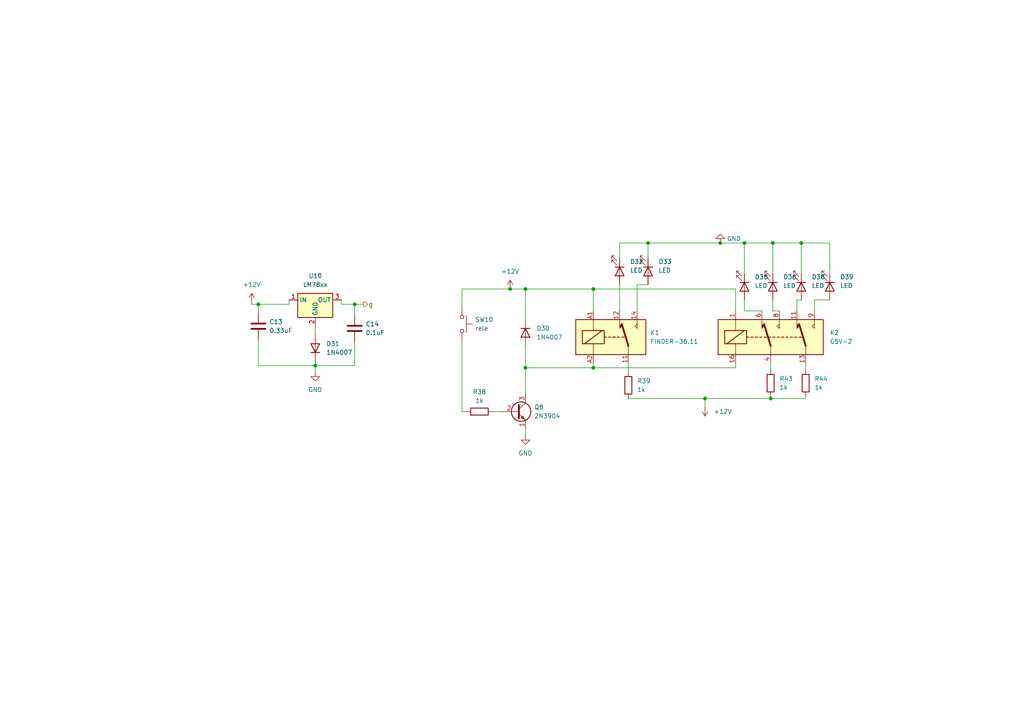
<source format=kicad_sch>
(kicad_sch (version 20211123) (generator eeschema)
  (paper "A4")
  (lib_symbols
    (symbol "Converter_DCDC:OKI-78SR-3.3_1.5-W36-C"
      (property "Reference" "U" (at -3.81 3.175 0))
      (property "Value" "OKI-78SR-3.3_1.5-W36-C" (at 0 3.175 0))
      (symbol "OKI-78SR-3.3_1.5-W36-C_0_1"
        (rectangle (start -5.08 1.905) (end 5.08 -5.08) (stroke (width 0.254)) (fill (type background)))
      )
      (symbol "OKI-78SR-3.3_1.5-W36-C_1_1"
        (pin power_in line (at -7.62 0 0) (length 2.54) (name "IN") (number "1"))
        (pin power_in line (at 0 -7.62 90) (length 2.54) (name "GND") (number "2"))
        (pin power_out line (at 7.62 0 180) (length 2.54) (name "OUT") (number "3"))
      )
    )
    (symbol "Device:C" (pin_numbers hide) (pin_names (offset 0.254))
      (property "Reference" "C" (at 0.635 2.54 0))
      (property "Value" "C" (at 0.635 -2.54 0))
      (symbol "C_0_1"
        (polyline (pts (xy -2.032 -0.762) (xy 2.032 -0.762)) (stroke (width 0.508)))
        (polyline (pts (xy -2.032 0.762) (xy 2.032 0.762)) (stroke (width 0.508)))
      )
      (symbol "C_1_1"
        (pin passive line (at 0 3.81 270) (length 2.794) (name "~") (number "1"))
        (pin passive line (at 0 -3.81 90) (length 2.794) (name "~") (number "2"))
      )
    )
    (symbol "Device:LED" (pin_numbers hide) (pin_names (offset 1.016) hide)
      (property "Reference" "D" (at 0 2.54 0))
      (property "Value" "LED" (at 0 -2.54 0))
      (symbol "LED_0_1"
        (polyline (pts (xy -1.27 -1.27) (xy -1.27 1.27)) (stroke (width 0.254)))
        (polyline (pts (xy -1.27 0) (xy 1.27 0)))
        (polyline (pts (xy 1.27 -1.27) (xy 1.27 1.27) (xy -1.27 0) (xy 1.27 -1.27)) (stroke (width 0.254)))
        (polyline (pts (xy -3.048 -0.762) (xy -4.572 -2.286) (xy -3.81 -2.286) (xy -4.572 -2.286) (xy -4.572 -1.524)))
        (polyline (pts (xy -1.778 -0.762) (xy -3.302 -2.286) (xy -2.54 -2.286) (xy -3.302 -2.286) (xy -3.302 -1.524)))
      )
      (symbol "LED_1_1"
        (pin passive line (at -3.81 0 0) (length 2.54) (name "K") (number "1"))
        (pin passive line (at 3.81 0 180) (length 2.54) (name "A") (number "2"))
      )
    )
    (symbol "Device:R" (pin_numbers hide) (pin_names (offset 0))
      (property "Reference" "R" (at 2.032 0 90))
      (property "Value" "R" (at 0 0 90))
      (symbol "R_0_1"
        (rectangle (start -1.016 -2.54) (end 1.016 2.54) (stroke (width 0.254)))
      )
      (symbol "R_1_1"
        (pin passive line (at 0 3.81 270) (length 1.27) (name "~") (number "1"))
        (pin passive line (at 0 -3.81 90) (length 1.27) (name "~") (number "2"))
      )
    )
    (symbol "Diode:1N4007" (pin_numbers hide) (pin_names hide)
      (property "Reference" "D" (at 0 2.54 0))
      (property "Value" "1N4007" (at 0 -2.54 0))
      (symbol "1N4007_0_1"
        (polyline (pts (xy -1.27 1.27) (xy -1.27 -1.27)) (stroke (width 0.254)))
        (polyline (pts (xy 1.27 0) (xy -1.27 0)))
        (polyline (pts (xy 1.27 1.27) (xy 1.27 -1.27) (xy -1.27 0) (xy 1.27 1.27)) (stroke (width 0.254)))
      )
      (symbol "1N4007_1_1"
        (pin passive line (at -3.81 0 0) (length 2.54) (name "K") (number "1"))
        (pin passive line (at 3.81 0 180) (length 2.54) (name "A") (number "2"))
      )
    )
    (symbol "Relay:FINDER-36.11"
      (property "Reference" "K" (at 11.43 3.81 0))
      (property "Value" "FINDER-36.11" (at 11.43 1.27 0))
      (symbol "FINDER-36.11_0_0"
        (polyline (pts (xy 2.54 3.81) (xy 2.54 5.08)))
        (polyline (pts (xy 7.62 3.81) (xy 7.62 5.08)))
        (polyline (pts (xy 7.62 3.81) (xy 7.62 2.54) (xy 6.985 3.175) (xy 7.62 3.81)))
      )
      (symbol "FINDER-36.11_0_1"
        (rectangle (start -10.16 5.08) (end 10.16 -5.08) (stroke (width 0.254)) (fill (type background)))
        (rectangle (start -8.255 1.905) (end -1.905 -1.905) (stroke (width 0.254)))
        (polyline (pts (xy -7.62 -1.905) (xy -2.54 1.905)) (stroke (width 0.254)))
        (polyline (pts (xy -5.08 -5.08) (xy -5.08 -1.905)))
        (polyline (pts (xy -5.08 5.08) (xy -5.08 1.905)))
        (polyline (pts (xy -1.905 0) (xy -1.27 0)) (stroke (width 0.254)))
        (polyline (pts (xy -0.635 0) (xy 0 0)) (stroke (width 0.254)))
        (polyline (pts (xy 0.635 0) (xy 1.27 0)) (stroke (width 0.254)))
        (polyline (pts (xy 0.635 0) (xy 1.27 0)) (stroke (width 0.254)))
        (polyline (pts (xy 1.905 0) (xy 2.54 0)) (stroke (width 0.254)))
        (polyline (pts (xy 3.175 0) (xy 3.81 0)) (stroke (width 0.254)))
        (polyline (pts (xy 5.08 -2.54) (xy 3.175 3.81)) (stroke (width 0.508)))
        (polyline (pts (xy 5.08 -2.54) (xy 5.08 -5.08)))
        (polyline (pts (xy 2.54 2.54) (xy 3.175 3.175) (xy 2.54 3.81)) (fill (type outline)))
      )
      (symbol "FINDER-36.11_1_1"
        (pin passive line (at 5.08 -7.62 90) (length 2.54) (name "~") (number "11"))
        (pin passive line (at 2.54 7.62 270) (length 2.54) (name "~") (number "12"))
        (pin passive line (at 7.62 7.62 270) (length 2.54) (name "~") (number "14"))
        (pin passive line (at -5.08 7.62 270) (length 2.54) (name "~") (number "A1"))
        (pin passive line (at -5.08 -7.62 90) (length 2.54) (name "~") (number "A2"))
      )
    )
    (symbol "Relay:G5V-2"
      (property "Reference" "K" (at 16.51 3.81 0))
      (property "Value" "G5V-2" (at 16.51 1.27 0))
      (symbol "G5V-2_0_1"
        (rectangle (start -15.24 5.08) (end 15.24 -5.08) (stroke (width 0.254)) (fill (type background)))
        (rectangle (start -13.335 1.905) (end -6.985 -1.905) (stroke (width 0.254)))
        (polyline (pts (xy -12.7 -1.905) (xy -7.62 1.905)) (stroke (width 0.254)))
        (polyline (pts (xy -10.16 -5.08) (xy -10.16 -1.905)))
        (polyline (pts (xy -10.16 5.08) (xy -10.16 1.905)))
        (polyline (pts (xy -6.985 0) (xy -6.35 0)) (stroke (width 0.254)))
        (polyline (pts (xy -5.715 0) (xy -5.08 0)) (stroke (width 0.254)))
        (polyline (pts (xy -4.445 0) (xy -3.81 0)) (stroke (width 0.254)))
        (polyline (pts (xy -3.175 0) (xy -2.54 0)) (stroke (width 0.254)))
        (polyline (pts (xy -1.905 0) (xy -1.27 0)) (stroke (width 0.254)))
        (polyline (pts (xy -0.635 0) (xy 0 0)) (stroke (width 0.254)))
        (polyline (pts (xy 0 -2.54) (xy -1.905 3.81)) (stroke (width 0.508)))
        (polyline (pts (xy 0 -2.54) (xy 0 -5.08)))
        (polyline (pts (xy 0.635 0) (xy 1.27 0)) (stroke (width 0.254)))
        (polyline (pts (xy 1.905 0) (xy 2.54 0)) (stroke (width 0.254)))
        (polyline (pts (xy 3.175 0) (xy 3.81 0)) (stroke (width 0.254)))
        (polyline (pts (xy 4.445 0) (xy 5.08 0)) (stroke (width 0.254)))
        (polyline (pts (xy 5.715 0) (xy 6.35 0)) (stroke (width 0.254)))
        (polyline (pts (xy 6.985 0) (xy 7.62 0)) (stroke (width 0.254)))
        (polyline (pts (xy 8.255 0) (xy 8.89 0)) (stroke (width 0.254)))
        (polyline (pts (xy 10.16 -2.54) (xy 8.255 3.81)) (stroke (width 0.508)))
        (polyline (pts (xy 10.16 -2.54) (xy 10.16 -5.08)))
        (polyline (pts (xy -2.54 5.08) (xy -2.54 2.54) (xy -1.905 3.175) (xy -2.54 3.81)) (fill (type outline)))
        (polyline (pts (xy 2.54 5.08) (xy 2.54 2.54) (xy 1.905 3.175) (xy 2.54 3.81)))
        (polyline (pts (xy 7.62 5.08) (xy 7.62 2.54) (xy 8.255 3.175) (xy 7.62 3.81)) (fill (type outline)))
        (polyline (pts (xy 12.7 5.08) (xy 12.7 2.54) (xy 12.065 3.175) (xy 12.7 3.81)))
      )
      (symbol "G5V-2_1_1"
        (pin passive line (at -10.16 7.62 270) (length 2.54) (name "~") (number "1"))
        (pin passive line (at 7.62 7.62 270) (length 2.54) (name "~") (number "11"))
        (pin passive line (at 10.16 -7.62 90) (length 2.54) (name "~") (number "13"))
        (pin passive line (at -10.16 -7.62 90) (length 2.54) (name "~") (number "16"))
        (pin passive line (at 0 -7.62 90) (length 2.54) (name "~") (number "4"))
        (pin passive line (at -2.54 7.62 270) (length 2.54) (name "~") (number "6"))
        (pin passive line (at 2.54 7.62 270) (length 2.54) (name "~") (number "8"))
        (pin passive line (at 12.7 7.62 270) (length 2.54) (name "~") (number "9"))
      )
    )
    (symbol "Switch:SW_Push" (pin_numbers hide) (pin_names (offset 1.016) hide)
      (property "Reference" "SW" (at 1.27 2.54 0))
      (property "Value" "SW_Push" (at 0 -1.524 0))
      (symbol "SW_Push_0_1"
        (circle (center -2.032 0) (radius 0.508))
        (polyline (pts (xy 0 1.27) (xy 0 3.048)))
        (polyline (pts (xy 2.54 1.27) (xy -2.54 1.27)))
        (circle (center 2.032 0) (radius 0.508))
        (pin passive line (at -5.08 0 0) (length 2.54) (name "1") (number "1"))
        (pin passive line (at 5.08 0 180) (length 2.54) (name "2") (number "2"))
      )
    )
    (symbol "Transistor_BJT:2N3904" (pin_names (offset 0) hide)
      (property "Reference" "Q" (at 5.08 1.905 0))
      (property "Value" "2N3904" (at 5.08 0 0))
      (symbol "2N3904_0_1"
        (polyline (pts (xy 0.635 0.635) (xy 2.54 2.54)))
        (polyline (pts (xy 0.635 -0.635) (xy 2.54 -2.54) (xy 2.54 -2.54)))
        (polyline (pts (xy 0.635 1.905) (xy 0.635 -1.905) (xy 0.635 -1.905)) (stroke (width 0.508)))
        (polyline (pts (xy 1.27 -1.778) (xy 1.778 -1.27) (xy 2.286 -2.286) (xy 1.27 -1.778) (xy 1.27 -1.778)) (fill (type outline)))
        (circle (center 1.27 0) (radius 2.8194) (stroke (width 0.254)))
      )
      (symbol "2N3904_1_1"
        (pin passive line (at 2.54 -5.08 90) (length 2.54) (name "E") (number "1"))
        (pin passive line (at -5.08 0 0) (length 5.715) (name "B") (number "2"))
        (pin passive line (at 2.54 5.08 270) (length 2.54) (name "C") (number "3"))
      )
    )
    (symbol "power:+12V" (power) (pin_names (offset 0))
      (property "Value" "+12V" (at 0 3.556 0))
      (symbol "+12V_0_1"
        (polyline (pts (xy -0.762 1.27) (xy 0 2.54)))
        (polyline (pts (xy 0 0) (xy 0 2.54)))
        (polyline (pts (xy 0 2.54) (xy 0.762 1.27)))
      )
      (symbol "+12V_1_1"
        (pin power_in line (at 0 0 90) (length 0) hide (name "+12V") (number "1"))
      )
    )
    (symbol "power:GND" (power) (pin_names (offset 0))
      (property "Value" "GND" (at 0 -3.81 0))
      (symbol "GND_0_1"
        (polyline (pts (xy 0 0) (xy 0 -1.27) (xy 1.27 -1.27) (xy 0 -2.54) (xy -1.27 -1.27) (xy 0 -1.27)))
      )
      (symbol "GND_1_1"
        (pin power_in line (at 0 0 270) (length 0) hide (name "GND") (number "1"))
      )
    )
  )
  (junction (at 215.9 70.485))
  (junction (at 172.085 106.68))
  (junction (at 152.4 83.82))
  (junction (at 232.41 70.485))
  (junction (at 91.44 106.045))
  (junction (at 187.96 70.485))
  (junction (at 102.87 88.265))
  (junction (at 147.955 83.82))
  (junction (at 152.4 106.68))
  (junction (at 204.47 115.57))
  (junction (at 74.93 88.265))
  (junction (at 223.52 115.57))
  (junction (at 172.085 83.82))
  (junction (at 208.915 70.485))
  (junction (at 224.155 70.485))
  (wire (pts (xy 224.155 90.17) (xy 226.06 90.17)))
  (wire (pts (xy 240.665 79.375) (xy 240.665 70.485)))
  (wire (pts (xy 73.025 88.265) (xy 74.93 88.265)))
  (wire (pts (xy 213.36 90.17) (xy 213.36 83.82)))
  (wire (pts (xy 152.4 124.46) (xy 152.4 126.365)))
  (wire (pts (xy 102.87 106.045) (xy 91.44 106.045)))
  (wire (pts (xy 233.68 105.41) (xy 233.68 107.315)))
  (wire (pts (xy 147.955 83.82) (xy 152.4 83.82)))
  (wire (pts (xy 142.875 119.38) (xy 144.78 119.38)))
  (wire (pts (xy 102.87 88.265) (xy 99.06 88.265)))
  (wire (pts (xy 74.93 90.805) (xy 74.93 88.265)))
  (wire (pts (xy 135.255 119.38) (xy 133.985 119.38)))
  (wire (pts (xy 91.44 107.95) (xy 91.44 106.045)))
  (wire (pts (xy 240.665 70.485) (xy 232.41 70.485)))
  (wire (pts (xy 152.4 100.33) (xy 152.4 106.68)))
  (wire (pts (xy 91.44 106.045) (xy 91.44 104.775)))
  (wire (pts (xy 133.985 88.9) (xy 133.985 83.82)))
  (wire (pts (xy 73.025 87.63) (xy 73.025 88.265)))
  (wire (pts (xy 215.9 86.995) (xy 215.9 90.17)))
  (wire (pts (xy 187.96 70.485) (xy 179.705 70.485)))
  (wire (pts (xy 232.41 70.485) (xy 224.155 70.485)))
  (wire (pts (xy 223.52 115.57) (xy 204.47 115.57)))
  (wire (pts (xy 232.41 70.485) (xy 232.41 79.375)))
  (wire (pts (xy 74.93 106.045) (xy 91.44 106.045)))
  (wire (pts (xy 99.06 86.995) (xy 99.06 88.265)))
  (wire (pts (xy 224.155 70.485) (xy 224.155 79.375)))
  (wire (pts (xy 179.705 70.485) (xy 179.705 74.93)))
  (wire (pts (xy 236.22 86.995) (xy 240.665 86.995)))
  (wire (pts (xy 215.9 70.485) (xy 208.915 70.485)))
  (wire (pts (xy 74.93 98.425) (xy 74.93 106.045)))
  (wire (pts (xy 187.96 70.485) (xy 187.96 74.93)))
  (wire (pts (xy 152.4 114.3) (xy 152.4 106.68)))
  (wire (pts (xy 236.22 90.17) (xy 236.22 86.995)))
  (wire (pts (xy 172.085 106.68) (xy 152.4 106.68)))
  (wire (pts (xy 213.36 105.41) (xy 213.36 106.68)))
  (wire (pts (xy 184.785 90.17) (xy 184.785 82.55)))
  (wire (pts (xy 152.4 83.82) (xy 172.085 83.82)))
  (wire (pts (xy 184.785 82.55) (xy 187.96 82.55)))
  (wire (pts (xy 213.36 106.68) (xy 172.085 106.68)))
  (wire (pts (xy 231.14 86.995) (xy 232.41 86.995)))
  (wire (pts (xy 102.87 99.06) (xy 102.87 106.045)))
  (wire (pts (xy 182.245 115.57) (xy 204.47 115.57)))
  (wire (pts (xy 215.9 70.485) (xy 215.9 79.375)))
  (wire (pts (xy 133.985 83.82) (xy 147.955 83.82)))
  (wire (pts (xy 224.155 70.485) (xy 215.9 70.485)))
  (wire (pts (xy 182.245 105.41) (xy 182.245 107.95)))
  (wire (pts (xy 204.47 115.57) (xy 204.47 118.11)))
  (wire (pts (xy 172.085 90.17) (xy 172.085 83.82)))
  (wire (pts (xy 233.68 115.57) (xy 223.52 115.57)))
  (wire (pts (xy 102.87 91.44) (xy 102.87 88.265)))
  (wire (pts (xy 91.44 94.615) (xy 91.44 97.155)))
  (wire (pts (xy 133.985 119.38) (xy 133.985 99.06)))
  (wire (pts (xy 74.93 88.265) (xy 83.82 88.265)))
  (wire (pts (xy 83.82 86.995) (xy 83.82 88.265)))
  (wire (pts (xy 224.155 86.995) (xy 224.155 90.17)))
  (wire (pts (xy 231.14 90.17) (xy 231.14 86.995)))
  (wire (pts (xy 152.4 92.71) (xy 152.4 83.82)))
  (wire (pts (xy 208.915 70.485) (xy 187.96 70.485)))
  (wire (pts (xy 223.52 105.41) (xy 223.52 107.315)))
  (wire (pts (xy 179.705 82.55) (xy 179.705 90.17)))
  (wire (pts (xy 215.9 90.17) (xy 220.98 90.17)))
  (wire (pts (xy 223.52 114.935) (xy 223.52 115.57)))
  (wire (pts (xy 172.085 105.41) (xy 172.085 106.68)))
  (wire (pts (xy 213.36 83.82) (xy 172.085 83.82)))
  (wire (pts (xy 233.68 114.935) (xy 233.68 115.57)))
  (wire (pts (xy 102.87 88.265) (xy 105.41 88.265)))
  (hierarchical_label "g" (shape output) (at 105.41 88.265 0))
  (symbol (lib_id "Device:LED") (at 179.705 78.74 270) (unit 1)
    (property "Reference" "D32" (at 182.7062 75.8824 90) (effects (justify left)))
    (property "Value" "LED" (at 182.7062 78.4224 90) (effects (justify left)))
    (property "Footprint" "LED_THT:LED_D5.0mm" (effects hide))
  )
  (symbol (lib_id "Device:R") (at 139.065 119.38 90) (unit 1)
    (property "Reference" "R38" (at 139.065 113.665 90))
    (property "Value" "1k" (at 139.065 116.205 90))
    (property "Footprint" "Resistor_THT:R_Axial_DIN0207_L6.3mm_D2.5mm_P10.16mm_Horizontal" (effects hide))
  )
  (symbol (lib_id "power:GND") (at 152.4 126.365 0) (unit 1)
    (property "Reference" "#PWR0145" (effects hide))
    (property "Value" "GND" (at 152.4 131.445 0))
  )
  (symbol (lib_id "Device:LED") (at 240.665 83.185 270) (unit 1)
    (property "Reference" "D39" (at 243.6662 80.3274 90) (effects (justify left)))
    (property "Value" "LED" (at 243.6662 82.8674 90) (effects (justify left)))
    (property "Footprint" "LED_THT:LED_D5.0mm" (effects hide))
  )
  (symbol (lib_id "power:+12V") (at 147.955 83.82 0) (unit 1)
    (property "Reference" "#PWR0144" (effects hide))
    (property "Value" "+12V" (at 147.955 78.74 0))
  )
  (symbol (lib_id "Device:LED") (at 232.41 83.185 270) (unit 1)
    (property "Reference" "D38" (at 235.4112 80.3274 90) (effects (justify left)))
    (property "Value" "LED" (at 235.4112 82.8674 90) (effects (justify left)))
    (property "Footprint" "LED_THT:LED_D5.0mm" (effects hide))
  )
  (symbol (lib_id "power:GND") (at 91.44 107.95 0) (unit 1)
    (property "Reference" "#PWR0123" (effects hide))
    (property "Value" "GND" (at 91.44 113.03 0))
  )
  (symbol (lib_id "Relay:FINDER-36.11") (at 177.165 97.79 0) (unit 1)
    (property "Reference" "K1" (at 188.595 96.5199 0) (effects (justify left)))
    (property "Value" "FINDER-36.11" (at 188.595 99.0599 0) (effects (justify left)))
    (property "Footprint" "Relay_THT:Relay_SPDT_Finder_36.11" (effects hide))
    (property "Datasheet" "https://gfinder.findernet.com/public/attachments/36/EN/S36EN.pdf" (effects hide))
  )
  (symbol (lib_id "Device:LED") (at 215.9 83.185 270) (unit 1)
    (property "Reference" "D35" (at 218.9012 80.3274 90) (effects (justify left)))
    (property "Value" "LED" (at 218.9012 82.8674 90) (effects (justify left)))
    (property "Footprint" "LED_THT:LED_D5.0mm" (effects hide))
  )
  (symbol (lib_id "Device:LED") (at 224.155 83.185 270) (unit 1)
    (property "Reference" "D36" (at 227.1562 80.3274 90) (effects (justify left)))
    (property "Value" "LED" (at 227.1562 82.8674 90) (effects (justify left)))
    (property "Footprint" "LED_THT:LED_D5.0mm" (effects hide))
  )
  (symbol (lib_id "Device:C") (at 102.87 95.25 0) (unit 1)
    (property "Reference" "C14" (at 106.045 93.9799 0) (effects (justify left)))
    (property "Value" "0.1uF" (at 106.045 96.5199 0) (effects (justify left)))
    (property "Footprint" "Capacitor_THT:C_Disc_D5.0mm_W2.5mm_P5.00mm" (effects hide))
  )
  (symbol (lib_id "Converter_DCDC:OKI-78SR-3.3_1.5-W36-C") (at 91.44 86.995 0) (unit 1)
    (property "Reference" "U10" (at 91.44 80.01 0))
    (property "Value" "LM78xx" (at 91.44 82.55 0))
    (property "Footprint" "Package_TO_SOT_THT:TO-220-3_Vertical" (effects hide))
    (property "Datasheet" "https://power.murata.com/data/power/oki-78sr.pdf" (effects hide))
  )
  (symbol (lib_id "Transistor_BJT:2N3904") (at 149.86 119.38 0) (unit 1)
    (property "Reference" "Q8" (at 154.94 118.1099 0) (effects (justify left)))
    (property "Value" "2N3904" (at 154.94 120.6499 0) (effects (justify left)))
    (property "Footprint" "Package_TO_SOT_THT:TO-92_Wide" (effects hide))
    (property "Datasheet" "https://www.onsemi.com/pub/Collateral/2N3903-D.PDF" (effects hide))
  )
  (symbol (lib_id "Device:LED") (at 187.96 78.74 270) (unit 1)
    (property "Reference" "D33" (at 190.9612 75.8824 90) (effects (justify left)))
    (property "Value" "LED" (at 190.9612 78.4224 90) (effects (justify left)))
    (property "Footprint" "LED_THT:LED_D5.0mm" (effects hide))
  )
  (symbol (lib_id "Device:R") (at 233.68 111.125 0) (unit 1)
    (property "Reference" "R44" (at 236.22 109.8549 0) (effects (justify left)))
    (property "Value" "1k" (at 236.22 112.3949 0) (effects (justify left)))
    (property "Footprint" "Resistor_THT:R_Axial_DIN0207_L6.3mm_D2.5mm_P10.16mm_Horizontal" (effects hide))
  )
  (symbol (lib_id "Diode:1N4007") (at 91.44 100.965 90) (unit 1)
    (property "Reference" "D31" (at 94.615 99.6949 90) (effects (justify right)))
    (property "Value" "1N4007" (at 94.615 102.2349 90) (effects (justify right)))
    (property "Footprint" "Diode_THT:D_DO-41_SOD81_P10.16mm_Horizontal" (effects hide))
    (property "Datasheet" "http://www.vishay.com/docs/88503/1n4001.pdf" (effects hide))
  )
  (symbol (lib_id "Device:C") (at 74.93 94.615 0) (unit 1)
    (property "Reference" "C13" (at 78.105 93.3449 0) (effects (justify left)))
    (property "Value" "0.33uF" (at 78.105 95.8849 0) (effects (justify left)))
    (property "Footprint" "Capacitor_THT:C_Disc_D5.0mm_W2.5mm_P5.00mm" (effects hide))
  )
  (symbol (lib_id "Switch:SW_Push") (at 133.985 93.98 270) (unit 1)
    (property "Reference" "SW10" (at 137.795 92.7099 90) (effects (justify left)))
    (property "Value" "rele" (at 137.795 95.2499 90) (effects (justify left)))
    (property "Footprint" "Button_Switch_THT:SW_PUSH_6mm" (effects hide))
  )
  (symbol (lib_id "power:GND") (at 208.915 70.485 180) (unit 1)
    (property "Reference" "#PWR0146" (effects hide))
    (property "Value" "GND" (at 210.82 69.2149 0) (effects (justify right)))
  )
  (symbol (lib_id "power:+12V") (at 204.47 118.11 180) (unit 1)
    (property "Reference" "#PWR0147" (effects hide))
    (property "Value" "+12V" (at 207.01 119.3799 0) (effects (justify right)))
  )
  (symbol (lib_id "power:+12V") (at 73.025 87.63 0) (unit 1)
    (property "Reference" "#PWR0124" (effects hide))
    (property "Value" "+12V" (at 73.025 82.55 0))
  )
  (symbol (lib_id "Relay:G5V-2") (at 223.52 97.79 0) (unit 1)
    (property "Reference" "K2" (at 240.665 96.5199 0) (effects (justify left)))
    (property "Value" "G5V-2" (at 240.665 99.0599 0) (effects (justify left)))
    (property "Footprint" "Relay_THT:Relay_DPDT_Omron_G5V-2" (effects hide))
    (property "Datasheet" "http://omronfs.omron.com/en_US/ecb/products/pdf/en-g5v_2.pdf" (effects hide))
  )
  (symbol (lib_id "Device:R") (at 223.52 111.125 0) (unit 1)
    (property "Reference" "R43" (at 226.06 109.8549 0) (effects (justify left)))
    (property "Value" "1k" (at 226.06 112.3949 0) (effects (justify left)))
    (property "Footprint" "Resistor_THT:R_Axial_DIN0207_L6.3mm_D2.5mm_P10.16mm_Horizontal" (effects hide))
  )
  (symbol (lib_id "Diode:1N4007") (at 152.4 96.52 270) (unit 1)
    (property "Reference" "D30" (at 155.575 95.2499 90) (effects (justify left)))
    (property "Value" "1N4007" (at 155.575 97.7899 90) (effects (justify left)))
    (property "Footprint" "Diode_THT:D_DO-41_SOD81_P10.16mm_Horizontal" (effects hide))
    (property "Datasheet" "http://www.vishay.com/docs/88503/1n4001.pdf" (effects hide))
  )
  (symbol (lib_id "Device:R") (at 182.245 111.76 0) (unit 1)
    (property "Reference" "R39" (at 184.785 110.4899 0) (effects (justify left)))
    (property "Value" "1k" (at 184.785 113.0299 0) (effects (justify left)))
    (property "Footprint" "Resistor_THT:R_Axial_DIN0207_L6.3mm_D2.5mm_P10.16mm_Horizontal" (effects hide))
  )
)
</source>
